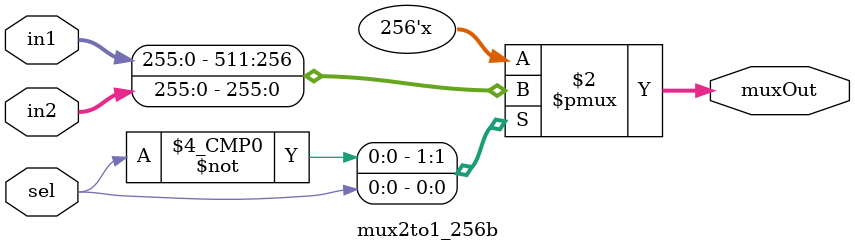
<source format=v>
module mux2to1_256b(input [255:0] in1,input [255:0] in2, input sel,output reg [255:0] muxOut);
  always@(in1,in2,sel)
  case(sel)
    1'b0: muxOut=in1;
    1'b1: muxOut=in2;
  endcase
endmodule
</source>
